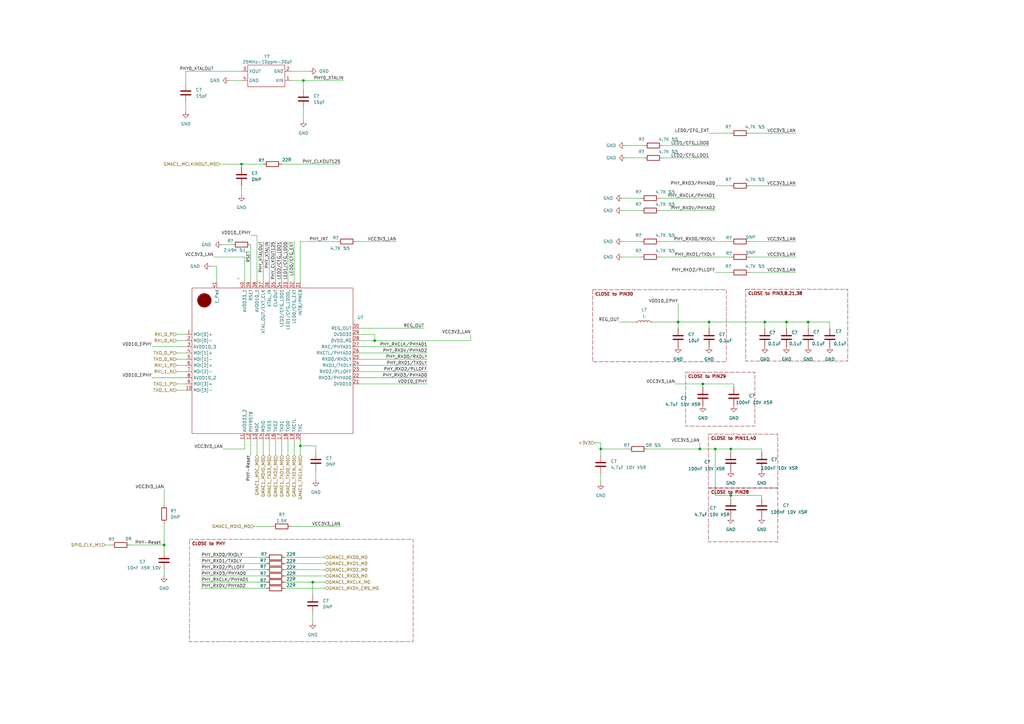
<source format=kicad_sch>
(kicad_sch (version 20230819) (generator eeschema)
  (paper "A3")
  (lib_symbols
    (symbol "Device:C" (pin_numbers hide) (pin_names (offset 0.254))
      (property "Reference" "C" (at 0.635 2.54 0))
      (property "Value" "C" (at 0.635 -2.54 0))
      (symbol "C_0_1"
        (polyline (pts (xy -2.032 -0.762) (xy 2.032 -0.762)) (stroke (width 0.508)))
        (polyline (pts (xy -2.032 0.762) (xy 2.032 0.762)) (stroke (width 0.508)))
      )
      (symbol "C_1_1"
        (pin passive line (at 0 3.81 270) (length 2.794) (name "~") (number "1"))
        (pin passive line (at 0 -3.81 90) (length 2.794) (name "~") (number "2"))
      )
    )
    (symbol "Device:L" (pin_numbers hide) (pin_names (offset 1.016) hide)
      (property "Reference" "L" (at -1.27 0 90))
      (property "Value" "L" (at 1.905 0 90))
      (symbol "L_0_1"
        (arc (start 0 -2.54) (mid 0.6323 -1.905) (end 0 -1.27))
        (arc (start 0 -1.27) (mid 0.6323 -0.635) (end 0 0))
        (arc (start 0 0) (mid 0.6323 0.635) (end 0 1.27))
        (arc (start 0 1.27) (mid 0.6323 1.905) (end 0 2.54))
      )
      (symbol "L_1_1"
        (pin passive line (at 0 3.81 270) (length 1.27) (name "1") (number "1"))
        (pin passive line (at 0 -3.81 90) (length 1.27) (name "2") (number "2"))
      )
    )
    (symbol "Device:R" (pin_numbers hide) (pin_names (offset 0))
      (property "Reference" "R" (at 2.032 0 90))
      (property "Value" "R" (at 0 0 90))
      (symbol "R_0_1"
        (rectangle (start -1.016 -2.54) (end 1.016 2.54) (stroke (width 0.254)))
      )
      (symbol "R_1_1"
        (pin passive line (at 0 3.81 270) (length 1.27) (name "~") (number "1"))
        (pin passive line (at 0 -3.81 90) (length 1.27) (name "~") (number "2"))
      )
    )
    (symbol "Symbol:CRY-D3225"
      (property "Reference" "Y" (at 0 0 0))
      (symbol "CRY-D3225_0_1"
        (rectangle (start -7.62 -1.27) (end 7.62 -10.16))
      )
      (symbol "CRY-D3225_1_1"
        (pin input line (at 10.16 -7.62 180) (length 2.54) (name "XIN") (number "1"))
        (pin input line (at 10.16 -3.81 180) (length 2.54) (name "GND") (number "2"))
        (pin input line (at -10.16 -3.81 0) (length 2.54) (name "XOUT") (number "3"))
        (pin input line (at -10.16 -7.62 0) (length 2.54) (name "GND") (number "4"))
      )
    )
    (symbol "Symbol:RTL8211"
      (property "Reference" "U" (at -18.288 -2.794 0))
      (symbol "RTL8211_0_1"
        (rectangle (start -19.05 -3.81) (end 46.99 -63.5))
      )
      (symbol "RTL8211_1_1"
        (circle (center -13.97 -8.89) (radius 2.8398) (fill (type outline)))
        (pin input line (at -21.59 -22.86 0) (length 2.54) (name "MDI[0]+") (number "1"))
        (pin input line (at -21.59 -45.72 0) (length 2.54) (name "MDI[3]-") (number "10"))
        (pin input line (at 2.54 -66.04 90) (length 2.54) (name "AVDD33_2") (number "11"))
        (pin input line (at 5.08 -66.04 90) (length 2.54) (name "PHYRSTB") (number "12"))
        (pin input line (at 7.62 -66.04 90) (length 2.54) (name "MDC") (number "13"))
        (pin input line (at 10.16 -66.04 90) (length 2.54) (name "MDIO") (number "14"))
        (pin input line (at 12.7 -66.04 90) (length 2.54) (name "TXD3") (number "15"))
        (pin input line (at 15.24 -66.04 90) (length 2.54) (name "TXD2") (number "16"))
        (pin input line (at 17.78 -66.04 90) (length 2.54) (name "TXD1") (number "17"))
        (pin input line (at 20.32 -66.04 90) (length 2.54) (name "TXD0") (number "18"))
        (pin input line (at 22.86 -66.04 90) (length 2.54) (name "TXCTL") (number "19"))
        (pin input line (at -21.59 -25.4 0) (length 2.54) (name "MDI[0]-") (number "2"))
        (pin input line (at 25.4 -66.04 90) (length 2.54) (name "TXC") (number "20"))
        (pin input line (at 49.53 -43.18 180) (length 2.54) (name "DVDD10") (number "21"))
        (pin input line (at 49.53 -40.64 180) (length 2.54) (name "RXD3/PHYAD0") (number "22"))
        (pin input line (at 49.53 -38.1 180) (length 2.54) (name "RXD2/PLLOFF") (number "23"))
        (pin input line (at 49.53 -35.56 180) (length 2.54) (name "RXD1/TXDLY") (number "24"))
        (pin input line (at 49.53 -33.02 180) (length 2.54) (name "RXD0/RXDLY") (number "25"))
        (pin input line (at 49.53 -30.48 180) (length 2.54) (name "RXCTL/PHYAD2") (number "26"))
        (pin input line (at 49.53 -27.94 180) (length 2.54) (name "RXC/PHYAD1") (number "27"))
        (pin input line (at 49.53 -25.4 180) (length 2.54) (name "DVDD_RG") (number "28"))
        (pin input line (at 49.53 -22.86 180) (length 2.54) (name "DVDD33") (number "29"))
        (pin input line (at -21.59 -27.94 0) (length 2.54) (name "AVDD10_3") (number "3"))
        (pin input line (at 49.53 -20.32 180) (length 2.54) (name "REG_OUT") (number "30"))
        (pin input line (at 25.4 -1.27 270) (length 2.54) (name "INTB/PMEB") (number "31"))
        (pin input line (at 22.86 -1.27 270) (length 2.54) (name "LED0/CFG_EXT") (number "32"))
        (pin input line (at 20.32 -1.27 270) (length 2.54) (name "LED1/CFG_LDO0_") (number "33"))
        (pin input line (at 17.78 -1.27 270) (length 2.54) (name "LED2/CFG_LDO1") (number "34"))
        (pin input line (at 15.24 -1.27 270) (length 2.54) (name "CLKOUT") (number "35"))
        (pin input line (at 12.7 -1.27 270) (length 2.54) (name "XTAL_IN") (number "36"))
        (pin input line (at 10.16 -1.27 270) (length 2.54) (name "XTAL_OUT/EXT_CLK") (number "37"))
        (pin input line (at 7.62 -1.27 270) (length 2.54) (name "AVDD10_1") (number "38"))
        (pin input line (at 5.08 -1.27 270) (length 2.54) (name "RSET") (number "39"))
        (pin input line (at -21.59 -30.48 0) (length 2.54) (name "MDI[1]+") (number "4"))
        (pin input line (at 2.54 -1.27 270) (length 2.54) (name "AVDD33_1") (number "40"))
        (pin input line (at -8.89 -1.27 270) (length 2.54) (name "E_Pad") (number "41"))
        (pin input line (at -21.59 -33.02 0) (length 2.54) (name "MDI[1]-") (number "5"))
        (pin input line (at -21.59 -35.56 0) (length 2.54) (name "MDI[2]+") (number "6"))
        (pin input line (at -21.59 -38.1 0) (length 2.54) (name "MDI[2]-") (number "7"))
        (pin input line (at -21.59 -40.64 0) (length 2.54) (name "AVDD10_2") (number "8"))
        (pin input line (at -21.59 -43.18 0) (length 2.54) (name "MDI[3]+") (number "9"))
      )
    )
    (symbol "power:GND" (power) (pin_names (offset 0))
      (property "Value" "GND" (at 0 -3.81 0))
      (symbol "GND_0_1"
        (polyline (pts (xy 0 0) (xy 0 -1.27) (xy 1.27 -1.27) (xy 0 -2.54) (xy -1.27 -1.27) (xy 0 -1.27)))
      )
      (symbol "GND_1_1"
        (pin power_in line (at 0 0 270) (length 0) hide (name "GND") (number "1"))
      )
    )
  )
  (junction (at 123.19 182.88))
  (junction (at 288.29 157.48))
  (junction (at 124.46 33.02))
  (junction (at 99.06 67.31))
  (junction (at 299.72 184.15))
  (junction (at 128.27 238.76))
  (junction (at 287.02 184.15))
  (junction (at 67.31 223.52))
  (junction (at 290.83 132.08))
  (junction (at 331.47 132.08))
  (junction (at 278.13 132.08))
  (junction (at 246.38 184.15))
  (junction (at 153.67 139.7))
  (junction (at 293.37 184.15))
  (junction (at 313.69 132.08))
  (junction (at 299.72 203.2))
  (junction (at 322.58 132.08))
  (wire (pts (xy 243.84 181.61) (xy 246.38 181.61)))
  (wire (pts (xy 82.55 231.14) (xy 109.22 231.14)))
  (wire (pts (xy 115.57 186.69) (xy 115.57 180.34)))
  (wire (pts (xy 72.39 137.16) (xy 76.2 137.16)))
  (wire (pts (xy 99.06 80.01) (xy 99.06 76.2)))
  (wire (pts (xy 175.26 149.86) (xy 147.32 149.86)))
  (wire (pts (xy 313.69 132.08) (xy 313.69 134.62)))
  (wire (pts (xy 123.19 180.34) (xy 123.19 182.88)))
  (wire (pts (xy 72.39 152.4) (xy 76.2 152.4)))
  (wire (pts (xy 53.34 223.52) (xy 67.31 223.52)))
  (wire (pts (xy 270.51 99.06) (xy 299.72 99.06)))
  (wire (pts (xy 293.37 81.28) (xy 270.51 81.28)))
  (wire (pts (xy 331.47 132.08) (xy 331.47 134.62)))
  (wire (pts (xy 128.27 251.46) (xy 128.27 255.27)))
  (wire (pts (xy 312.42 184.15) (xy 312.42 185.42)))
  (wire (pts (xy 116.84 236.22) (xy 133.35 236.22)))
  (wire (pts (xy 90.9676 100.33) (xy 95.25 100.33)))
  (wire (pts (xy 313.69 132.08) (xy 322.58 132.08)))
  (wire (pts (xy 116.84 231.14) (xy 133.35 231.14)))
  (wire (pts (xy 256.54 59.69) (xy 264.16 59.69)))
  (wire (pts (xy 300.99 157.48) (xy 300.99 158.75)))
  (wire (pts (xy 100.33 115.57) (xy 100.33 105.41)))
  (wire (pts (xy 62.23 142.24) (xy 76.2 142.24)))
  (wire (pts (xy 175.26 154.94) (xy 147.32 154.94)))
  (wire (pts (xy 331.47 132.08) (xy 340.36 132.08)))
  (wire (pts (xy 299.72 184.15) (xy 299.72 185.42)))
  (wire (pts (xy 265.43 184.15) (xy 287.02 184.15)))
  (wire (pts (xy 322.58 132.08) (xy 331.47 132.08)))
  (wire (pts (xy 322.58 132.08) (xy 322.58 134.62)))
  (wire (pts (xy 287.02 184.15) (xy 287.02 181.61)))
  (wire (pts (xy 299.72 203.2) (xy 299.72 204.47)))
  (wire (pts (xy 107.95 186.69) (xy 107.95 180.34)))
  (wire (pts (xy 299.72 184.15) (xy 312.42 184.15)))
  (wire (pts (xy 62.23 154.94) (xy 76.2 154.94)))
  (wire (pts (xy 288.29 157.48) (xy 288.29 158.75)))
  (wire (pts (xy 255.27 81.28) (xy 262.89 81.28)))
  (wire (pts (xy 326.39 76.2) (xy 307.34 76.2)))
  (wire (pts (xy 278.13 132.08) (xy 290.83 132.08)))
  (wire (pts (xy 100.33 184.15) (xy 91.44 184.15)))
  (wire (pts (xy 107.95 99.06) (xy 107.95 115.57)))
  (wire (pts (xy 82.55 241.3) (xy 109.22 241.3)))
  (wire (pts (xy 270.51 105.41) (xy 299.72 105.41)))
  (wire (pts (xy 175.26 142.24) (xy 147.32 142.24)))
  (wire (pts (xy 72.39 147.32) (xy 76.2 147.32)))
  (wire (pts (xy 100.33 180.34) (xy 100.33 184.15)))
  (wire (pts (xy 113.03 99.06) (xy 113.03 115.57)))
  (wire (pts (xy 72.39 149.86) (xy 76.2 149.86)))
  (wire (pts (xy 72.39 160.02) (xy 76.2 160.02)))
  (wire (pts (xy 99.06 67.31) (xy 99.06 68.58)))
  (wire (pts (xy 153.67 137.16) (xy 147.32 137.16)))
  (wire (pts (xy 293.37 111.76) (xy 299.72 111.76)))
  (wire (pts (xy 153.67 137.16) (xy 153.67 139.7)))
  (wire (pts (xy 128.27 238.76) (xy 133.35 238.76)))
  (wire (pts (xy 146.05 99.06) (xy 162.56 99.06)))
  (wire (pts (xy 312.42 203.2) (xy 312.42 204.47)))
  (wire (pts (xy 72.39 157.48) (xy 76.2 157.48)))
  (wire (pts (xy 124.46 36.83) (xy 124.46 33.02)))
  (wire (pts (xy 124.46 33.02) (xy 119.38 33.02)))
  (wire (pts (xy 193.04 139.7) (xy 153.67 139.7)))
  (wire (pts (xy 67.31 200.66) (xy 67.31 207.01)))
  (wire (pts (xy 254 132.08) (xy 260.35 132.08)))
  (wire (pts (xy 153.67 139.7) (xy 147.32 139.7)))
  (wire (pts (xy 129.54 182.88) (xy 123.19 182.88)))
  (wire (pts (xy 271.78 59.69) (xy 290.83 59.69)))
  (wire (pts (xy 293.37 203.2) (xy 299.72 203.2)))
  (wire (pts (xy 246.38 194.31) (xy 246.38 198.12)))
  (wire (pts (xy 118.11 186.69) (xy 118.11 180.34)))
  (wire (pts (xy 139.7 67.31) (xy 115.57 67.31)))
  (wire (pts (xy 113.03 186.69) (xy 113.03 180.34)))
  (wire (pts (xy 256.54 64.77) (xy 264.16 64.77)))
  (wire (pts (xy 124.46 49.53) (xy 124.46 44.45)))
  (wire (pts (xy 340.36 132.08) (xy 340.36 134.62)))
  (wire (pts (xy 293.37 184.15) (xy 293.37 203.2)))
  (wire (pts (xy 102.87 186.69) (xy 102.87 180.34)))
  (wire (pts (xy 116.84 241.3) (xy 133.35 241.3)))
  (wire (pts (xy 255.27 105.41) (xy 262.89 105.41)))
  (wire (pts (xy 102.87 100.33) (xy 102.87 115.57)))
  (wire (pts (xy 288.29 157.48) (xy 300.99 157.48)))
  (wire (pts (xy 120.65 186.69) (xy 120.65 180.34)))
  (wire (pts (xy 246.38 184.15) (xy 257.81 184.15)))
  (wire (pts (xy 123.19 99.06) (xy 138.43 99.06)))
  (wire (pts (xy 88.9 109.22) (xy 86.36 109.22)))
  (wire (pts (xy 76.2 45.72) (xy 76.2 41.91)))
  (wire (pts (xy 110.49 99.06) (xy 110.49 115.57)))
  (wire (pts (xy 267.97 132.08) (xy 278.13 132.08)))
  (wire (pts (xy 72.39 139.7) (xy 76.2 139.7)))
  (wire (pts (xy 175.26 157.48) (xy 147.32 157.48)))
  (wire (pts (xy 293.37 184.15) (xy 299.72 184.15)))
  (wire (pts (xy 105.41 186.69) (xy 105.41 180.34)))
  (wire (pts (xy 90.17 67.31) (xy 99.06 67.31)))
  (wire (pts (xy 67.31 223.52) (xy 67.31 226.06)))
  (wire (pts (xy 123.19 182.88) (xy 123.19 186.69)))
  (wire (pts (xy 255.27 86.36) (xy 262.89 86.36)))
  (wire (pts (xy 175.26 152.4) (xy 147.32 152.4)))
  (wire (pts (xy 110.49 186.69) (xy 110.49 180.34)))
  (wire (pts (xy 82.55 236.22) (xy 109.22 236.22)))
  (wire (pts (xy 278.13 132.08) (xy 278.13 134.62)))
  (wire (pts (xy 43.18 223.52) (xy 45.72 223.52)))
  (wire (pts (xy 67.31 223.52) (xy 67.31 214.63)))
  (wire (pts (xy 326.39 105.41) (xy 307.34 105.41)))
  (wire (pts (xy 82.55 233.68) (xy 109.22 233.68)))
  (wire (pts (xy 82.55 228.6) (xy 109.22 228.6)))
  (wire (pts (xy 175.26 147.32) (xy 147.32 147.32)))
  (wire (pts (xy 120.65 99.06) (xy 120.65 115.57)))
  (wire (pts (xy 290.83 132.08) (xy 290.83 134.62)))
  (wire (pts (xy 116.84 228.6) (xy 133.35 228.6)))
  (wire (pts (xy 255.27 99.06) (xy 262.89 99.06)))
  (wire (pts (xy 100.33 105.41) (xy 87.63 105.41)))
  (wire (pts (xy 278.13 132.08) (xy 278.13 124.46)))
  (wire (pts (xy 116.84 233.68) (xy 133.35 233.68)))
  (wire (pts (xy 127 29.21) (xy 119.38 29.21)))
  (wire (pts (xy 115.57 99.06) (xy 115.57 115.57)))
  (wire (pts (xy 76.2 34.29) (xy 76.2 29.21)))
  (wire (pts (xy 175.26 144.78) (xy 147.32 144.78)))
  (wire (pts (xy 118.11 99.06) (xy 118.11 115.57)))
  (wire (pts (xy 287.02 184.15) (xy 293.37 184.15)))
  (wire (pts (xy 129.54 182.88) (xy 129.54 185.42)))
  (wire (pts (xy 105.41 96.52) (xy 105.41 115.57)))
  (wire (pts (xy 129.54 193.04) (xy 129.54 196.85)))
  (wire (pts (xy 271.78 64.77) (xy 290.83 64.77)))
  (wire (pts (xy 307.34 111.76) (xy 326.39 111.76)))
  (wire (pts (xy 102.87 96.52) (xy 105.41 96.52)))
  (wire (pts (xy 193.04 137.16) (xy 193.04 139.7)))
  (wire (pts (xy 276.86 157.48) (xy 288.29 157.48)))
  (wire (pts (xy 326.39 54.61) (xy 307.34 54.61)))
  (wire (pts (xy 88.9 115.57) (xy 88.9 109.22)))
  (wire (pts (xy 99.06 67.31) (xy 107.95 67.31)))
  (wire (pts (xy 290.83 132.08) (xy 313.69 132.08)))
  (wire (pts (xy 82.55 238.76) (xy 109.22 238.76)))
  (wire (pts (xy 67.31 233.68) (xy 67.31 236.22)))
  (wire (pts (xy 290.83 54.61) (xy 299.72 54.61)))
  (wire (pts (xy 76.2 29.21) (xy 99.06 29.21)))
  (wire (pts (xy 93.98 33.02) (xy 99.06 33.02)))
  (wire (pts (xy 116.84 238.76) (xy 128.27 238.76)))
  (wire (pts (xy 293.37 86.36) (xy 270.51 86.36)))
  (wire (pts (xy 326.39 99.06) (xy 307.34 99.06)))
  (wire (pts (xy 124.46 33.02) (xy 140.97 33.02)))
  (wire (pts (xy 299.72 203.2) (xy 312.42 203.2)))
  (wire (pts (xy 246.38 184.15) (xy 246.38 186.69)))
  (wire (pts (xy 299.72 76.2) (xy 293.37 76.2)))
  (wire (pts (xy 123.19 99.06) (xy 123.19 115.57)))
  (wire (pts (xy 246.38 181.61) (xy 246.38 184.15)))
  (wire (pts (xy 72.39 144.78) (xy 76.2 144.78)))
  (wire (pts (xy 104.14 215.9) (xy 111.76 215.9)))
  (wire (pts (xy 128.27 238.76) (xy 128.27 243.84)))
  (wire (pts (xy 173.99 134.62) (xy 147.32 134.62)))
  (wire (pts (xy 119.38 215.9) (xy 139.7 215.9)))
  (text_box "CLOSE to PHY\n\n\n\n\n" (at 77.724 221.234 0) (size 91.694 41.91) (stroke (width 0) (type dash) (color 132 0 0 1)) (effects (font (size 1.27 1.27) (thickness 0.254) bold) (justify left top)))
  (text_box "CLOSE to PIN3,8,21,38\n\n" (at 305.816 118.618 0) (size 41.91 29.464) (stroke (width 0) (type dash) (color 132 0 0 1)) (effects (font (size 1.27 1.27) (thickness 0.254) bold) (justify left top)))
  (text_box "CLOSE to PIN29\n\n\n" (at 281.178 152.654 0) (size 28.448 22.098) (stroke (width 0) (type dash) (color 132 0 0 1)) (effects (font (size 1.27 1.27) (thickness 0.254) bold) (justify left top)))
  (text_box "CLOSE to PIN28\n\n\n\n" (at 290.576 200.152 0) (size 28.448 22.098) (stroke (width 0) (type dash) (color 132 0 0 1)) (effects (font (size 1.27 1.27) (thickness 0.254) bold) (justify left top)))
  (text_box "CLOSE to PIN30\n" (at 243.078 118.872 0) (size 54.864 29.464) (stroke (width 0) (type dash) (color 132 0 0 1)) (effects (font (size 1.27 1.27) (thickness 0.254) bold) (justify left top)))
  (text_box "CLOSE to PIN11,40\n\n\n\n" (at 290.576 178.054 0) (size 28.448 22.098) (stroke (width 0) (type dash) (color 132 0 0 1)) (effects (font (size 1.27 1.27) (thickness 0.254) bold) (justify left top)))
  (label "PHY_RXD1{slash}TXDLY" (at 82.55 231.14 0))
  (label "VCC3V3_LAN" (at 162.56 99.06 180))
  (label "PHY_RXD3{slash}PHYAD0" (at 293.37 76.2 180))
  (label "VCC3V3_LAN" (at 326.39 99.06 180))
  (label "PHY_RXDV{slash}PHYAD2" (at 293.37 86.36 180))
  (label "VCC3V3_LAN" (at 326.39 111.76 180))
  (label "LED1{slash}CFG_LDO0" (at 290.83 59.69 180))
  (label "PHY_RXDV{slash}PHYAD2" (at 175.26 144.78 180))
  (label "VCC3V3_LAN" (at 326.39 76.2 180))
  (label "VDD10_EPHY" (at 62.23 154.94 180))
  (label "LED1{slash}CFG_LDO0" (at 118.11 99.06 270))
  (label "PHY_RXD3{slash}PHYAD0" (at 175.26 154.94 180))
  (label "LED0{slash}CFG_EXT" (at 120.65 99.06 270))
  (label "PHY0_XTALOUT" (at 87.63 29.21 180))
  (label "REG_OUT" (at 173.99 134.62 180))
  (label "VDD10_EPHY" (at 175.26 157.48 180))
  (label "VDD10_EPHY" (at 278.13 124.46 180))
  (label "PHY_CLKOUT125" (at 139.7 67.31 180))
  (label "LED2{slash}CFG_LDO1" (at 290.83 64.77 180))
  (label "PHY_RXD2{slash}PLLOFF" (at 293.37 111.76 180))
  (label "VCC3V3_LAN" (at 91.44 184.15 180))
  (label "VCC3V3_LAN" (at 326.39 105.41 180))
  (label "VCC3V3_LAN" (at 87.63 105.41 180))
  (label "PHY_RXD3{slash}PHYAD0" (at 82.55 236.22 0))
  (label "REG_OUT" (at 254 132.08 180))
  (label "PHY_RXD1{slash}TXDLY" (at 293.37 105.41 180))
  (label "RSET" (at 102.87 102.87 270))
  (label "LED2{slash}CFG_LDO1" (at 115.57 99.06 270))
  (label "PHY_RXD0{slash}RXDLY" (at 82.55 228.6 0))
  (label "PHY-Reset" (at 66.04 223.52 180))
  (label "VCC3V3_LAN" (at 67.31 200.66 180))
  (label "PHY_XTALIN" (at 110.49 99.06 270))
  (label "VCC3V3_LAN" (at 326.39 54.61 180))
  (label "PHY-Reset" (at 102.87 186.69 270))
  (label "VCC3V3_LAN" (at 139.7 215.9 180))
  (label "LED0{slash}CFG_EXT" (at 290.83 54.61 180))
  (label "PHY_RXD1{slash}TXDLY" (at 175.26 149.86 180))
  (label "PHY_RXD0{slash}RXDLY" (at 175.26 147.32 180))
  (label "PHY_RXCLK{slash}PHYAD1" (at 293.37 81.28 180))
  (label "VCC3V3_LAN" (at 287.02 181.61 180))
  (label "PHY_RXDV{slash}PHYAD2" (at 82.55 241.3 0))
  (label "PHY_RXD0{slash}RXDLY" (at 293.37 99.06 180))
  (label "PHY_RXCLK{slash}PHYAD1" (at 175.26 142.24 180))
  (label "PHY_RXD2{slash}PLLOFF" (at 82.55 233.68 0))
  (label "PHY_INT" (at 134.62 99.06 180))
  (label "VDD10_EPHY" (at 102.87 96.52 180))
  (label "PHY_RXCLK{slash}PHYAD1" (at 82.55 238.76 0))
  (label "VCC3V3_LAN" (at 193.04 137.16 180))
  (label "PHY_RXD2{slash}PLLOFF" (at 175.26 152.4 180))
  (label "PHY_XTALOUT" (at 107.95 99.06 270))
  (label "VCC3V3_LAN" (at 276.86 157.48 180))
  (label "VDD10_EPHY" (at 62.23 142.24 180))
  (label "PHY_CLKOUT125" (at 113.03 99.06 270))
  (label "PHY0_XTALIN" (at 140.97 33.02 180))
  (hierarchical_label "RXI_1_N" (shape input) (at 72.39 152.4 180) (property "Intersheetrefs" "${INTERSHEET_REFS}" (effects hide)))
  (hierarchical_label "GMAC1_RXD0_M0" (shape input) (at 133.35 228.6 0))
  (hierarchical_label "GMAC1_MCLKINOUT_M0" (shape input) (at 90.17 67.31 180))
  (hierarchical_label "GMAC1_RXDV_CRS_M0" (shape input) (at 133.35 241.3 0))
  (hierarchical_label "GMAC1_TXD2_M0" (shape input) (at 113.03 186.69 270))
  (hierarchical_label "RXI_0_N" (shape input) (at 72.39 139.7 180) (property "Intersheetrefs" "${INTERSHEET_REFS}" (effects hide)))
  (hierarchical_label "GMAC1_RXCLK_M0" (shape input) (at 133.35 238.76 0))
  (hierarchical_label "GMAC1_TXD3_M0" (shape input) (at 110.49 186.69 270))
  (hierarchical_label "GMAC1_TXD1_M0" (shape input) (at 115.57 186.69 270))
  (hierarchical_label "GMAC1_TXD0_M0" (shape input) (at 118.11 186.69 270))
  (hierarchical_label "GMAC1_RXD2_M0" (shape input) (at 133.35 233.68 0))
  (hierarchical_label "TXO_1_P" (shape input) (at 72.39 157.48 180) (property "Intersheetrefs" "${INTERSHEET_REFS}" (effects hide)))
  (hierarchical_label "GMAC1_RXD1_M0" (shape input) (at 133.35 231.14 0))
  (hierarchical_label "SPI0_CLK_M1" (shape input) (at 43.18 223.52 180))
  (hierarchical_label "RXI_1_P" (shape input) (at 72.39 149.86 180) (property "Intersheetrefs" "${INTERSHEET_REFS}" (effects hide)))
  (hierarchical_label "GMAC1_TXCLK_M0" (shape input) (at 123.19 186.69 270))
  (hierarchical_label "+3V3" (shape input) (at 243.84 181.61 180))
  (hierarchical_label "RXI_0_P" (shape input) (at 72.39 137.16 180) (property "Intersheetrefs" "${INTERSHEET_REFS}" (effects hide)))
  (hierarchical_label "GMAC1_TXEN_M0" (shape input) (at 120.65 186.69 270))
  (hierarchical_label "TXO_0_N" (shape input) (at 72.39 147.32 180) (property "Intersheetrefs" "${INTERSHEET_REFS}" (effects hide)))
  (hierarchical_label "GMAC1_RXD3_M0" (shape input) (at 133.35 236.22 0))
  (hierarchical_label "GMAC1_MDIO_M0" (shape input) (at 107.95 186.69 270))
  (hierarchical_label "GMAC1_MDC_M0" (shape input) (at 105.41 186.69 270))
  (hierarchical_label "TXO_1_N" (shape input) (at 72.39 160.02 180) (property "Intersheetrefs" "${INTERSHEET_REFS}" (effects hide)))
  (hierarchical_label "TXO_0_P" (shape input) (at 72.39 144.78 180) (property "Intersheetrefs" "${INTERSHEET_REFS}" (effects hide)))
  (hierarchical_label "GMAC1_MDIO_M0" (shape input) (at 104.14 215.9 180))
  (symbol (lib_id "power:GND") (at 299.72 212.09 0) (unit 1)
    (property "Reference" "#PWR0277" (effects hide))
    (property "Value" "GND" (at 299.72 217.17 0))
    (property "Description" "Power symbol creates a global label with name \"GND\" , ground" (effects hide))
  )
  (symbol (lib_id "power:GND") (at 278.13 142.24 0) (unit 1)
    (property "Reference" "#PWR0266" (effects hide))
    (property "Value" "GND" (at 278.13 147.32 0))
    (property "Description" "Power symbol creates a global label with name \"GND\" , ground" (effects hide))
  )
  (symbol (lib_id "Device:C") (at 300.99 162.56 0) (unit 1)
    (property "Reference" "C?" (at 307.086 162.306 0) (effects (justify left)))
    (property "Value" "100nF 10V X5R" (at 301.752 165.1 0) (effects (justify left)))
    (property "Footprint" "Capacitor_SMD:C_0402_1005Metric" (effects hide))
    (property "Description" "Unpolarized capacitor" (effects hide))
  )
  (symbol (lib_id "power:GND") (at 256.54 64.77 270) (unit 1)
    (property "Reference" "#PWR0261" (effects hide))
    (property "Value" "GND" (at 252.73 64.7699 90) (effects (justify right)))
    (property "Description" "Power symbol creates a global label with name \"GND\" , ground" (effects hide))
  )
  (symbol (lib_id "Device:R") (at 303.53 99.06 90) (unit 1)
    (property "Reference" "R?" (at 298.958 97.536 90))
    (property "Value" "DNP" (at 307.848 97.282 90))
    (property "Footprint" "Resistor_SMD:R_0402_1005Metric" (effects hide))
    (property "Description" "Resistor" (effects hide))
  )
  (symbol (lib_id "Device:C") (at 290.83 138.43 0) (unit 1)
    (property "Reference" "C?" (at 294.894 137.1599 0) (effects (justify left)))
    (property "Value" "0.1uF	" (at 294.894 139.6999 0) (effects (justify left)))
    (property "Footprint" "Capacitor_SMD:C_0402_1005Metric" (effects hide))
    (property "Description" "Unpolarized capacitor" (effects hide))
  )
  (symbol (lib_id "power:GND") (at 76.2 45.72 0) (unit 1)
    (property "Reference" "#PWR0255" (effects hide))
    (property "Value" "GND" (at 76.2 50.8 0))
    (property "Description" "Power symbol creates a global label with name \"GND\" , ground" (effects hide))
  )
  (symbol (lib_id "power:GND") (at 99.06 80.01 0) (unit 1)
    (property "Reference" "#PWR0259" (effects hide))
    (property "Value" "GND" (at 99.06 85.09 0))
    (property "Description" "Power symbol creates a global label with name \"GND\" , ground" (effects hide))
  )
  (symbol (lib_id "Device:R") (at 267.97 59.69 90) (unit 1)
    (property "Reference" "R?" (at 263.144 57.15 90))
    (property "Value" "4.7K %5	" (at 275.082 57.15 90))
    (property "Footprint" "Resistor_SMD:R_0402_1005Metric" (effects hide))
    (property "Description" "Resistor" (effects hide))
  )
  (symbol (lib_id "Device:C") (at 129.54 189.23 0) (unit 1)
    (property "Reference" "C?" (at 133.604 187.9599 0) (effects (justify left)))
    (property "Value" "DNP" (at 133.604 190.4999 0) (effects (justify left)))
    (property "Footprint" "Capacitor_SMD:C_0402_1005Metric" (effects hide))
    (property "Description" "Unpolarized capacitor" (effects hide))
  )
  (symbol (lib_id "Device:R") (at 113.03 228.6 270) (unit 1)
    (property "Reference" "R?" (at 108.204 227.33 90))
    (property "Value" "22R	" (at 119.888 227.33 90))
    (property "Footprint" "Resistor_SMD:R_0402_1005Metric" (effects hide))
    (property "Description" "Resistor" (effects hide))
  )
  (symbol (lib_id "Device:C") (at 288.29 162.56 0) (unit 1)
    (property "Reference" "C?" (at 279.146 163.322 0) (effects (justify left)))
    (property "Value" "4.7uF 10V X5R" (at 272.796 165.862 0) (effects (justify left)))
    (property "Footprint" "Capacitor_SMD:C_0603_1608Metric" (effects hide))
    (property "Description" "Unpolarized capacitor" (effects hide))
  )
  (symbol (lib_id "Device:R") (at 113.03 241.3 270) (unit 1)
    (property "Reference" "R?" (at 107.95 240.284 90))
    (property "Value" "22R" (at 119.38 240.03 90))
    (property "Footprint" "Resistor_SMD:R_0402_1005Metric" (effects hide))
    (property "Description" "Resistor" (effects hide))
  )
  (symbol (lib_id "power:GND") (at 86.36 109.22 270) (unit 1)
    (property "Reference" "#PWR0251" (effects hide))
    (property "Value" "GND" (at 82.042 109.2199 90) (effects (justify right)))
    (property "Description" "Power symbol creates a global label with name \"GND\" , ground" (effects hide))
  )
  (symbol (lib_id "Device:R") (at 303.53 76.2 90) (unit 1)
    (property "Reference" "R?" (at 298.704 73.66 90))
    (property "Value" "4.7K %5	" (at 310.642 73.66 90))
    (property "Footprint" "Resistor_SMD:R_0402_1005Metric" (effects hide))
    (property "Description" "Resistor" (effects hide))
  )
  (symbol (lib_id "power:GND") (at 312.42 212.09 0) (unit 1)
    (property "Reference" "#PWR0278" (effects hide))
    (property "Value" "GND" (at 312.42 217.17 0))
    (property "Description" "Power symbol creates a global label with name \"GND\" , ground" (effects hide))
  )
  (symbol (lib_id "Device:C") (at 340.36 138.43 0) (unit 1)
    (property "Reference" "C?" (at 342.646 135.89 0) (effects (justify left)))
    (property "Value" "0.1uF	" (at 341.884 140.97 0) (effects (justify left)))
    (property "Footprint" "Capacitor_SMD:C_0402_1005Metric" (effects hide))
    (property "Description" "Unpolarized capacitor" (effects hide))
  )
  (symbol (lib_id "power:GND") (at 255.27 105.41 270) (unit 1)
    (property "Reference" "#PWR0265" (effects hide))
    (property "Value" "GND" (at 251.46 105.4099 90) (effects (justify right)))
    (property "Description" "Power symbol creates a global label with name \"GND\" , ground" (effects hide))
  )
  (symbol (lib_id "power:GND") (at 255.27 81.28 270) (unit 1)
    (property "Reference" "#PWR0262" (effects hide))
    (property "Value" "GND" (at 251.46 81.2799 90) (effects (justify right)))
    (property "Description" "Power symbol creates a global label with name \"GND\" , ground" (effects hide))
  )
  (symbol (lib_id "Device:C") (at 331.47 138.43 0) (unit 1)
    (property "Reference" "C?" (at 333.502 136.144 0) (effects (justify left)))
    (property "Value" "0.1uF	" (at 332.994 140.97 0) (effects (justify left)))
    (property "Footprint" "Capacitor_SMD:C_0402_1005Metric" (effects hide))
    (property "Description" "Unpolarized capacitor" (effects hide))
  )
  (symbol (lib_id "power:GND") (at 246.38 198.12 0) (unit 1)
    (property "Reference" "#PWR0274" (effects hide))
    (property "Value" "GND" (at 246.38 203.2 0))
    (property "Description" "Power symbol creates a global label with name \"GND\" , ground" (effects hide))
  )
  (symbol (lib_id "Device:C") (at 278.13 138.43 0) (unit 1)
    (property "Reference" "C?" (at 282.194 137.1599 0) (effects (justify left)))
    (property "Value" "10uF" (at 282.194 139.6999 0) (effects (justify left)))
    (property "Footprint" "Capacitor_SMD:C_0603_1608Metric" (effects hide))
    (property "Description" "Unpolarized capacitor" (effects hide))
  )
  (symbol (lib_id "power:GND") (at 255.27 99.06 270) (unit 1)
    (property "Reference" "#PWR0264" (effects hide))
    (property "Value" "GND" (at 251.46 99.0599 90) (effects (justify right)))
    (property "Description" "Power symbol creates a global label with name \"GND\" , ground" (effects hide))
  )
  (symbol (lib_id "Device:R") (at 113.03 231.14 270) (unit 1)
    (property "Reference" "R?" (at 107.95 229.87 90))
    (property "Value" "22R" (at 119.38 230.124 90))
    (property "Footprint" "Resistor_SMD:R_0402_1005Metric" (effects hide))
    (property "Description" "Resistor" (effects hide))
  )
  (symbol (lib_id "Device:R") (at 142.24 99.06 90) (unit 1)
    (property "Reference" "R?" (at 137.668 97.536 90))
    (property "Value" "4.7K %5" (at 139.446 101.854 90))
    (property "Footprint" "Resistor_SMD:R_0402_1005Metric" (effects hide))
    (property "Description" "Resistor" (effects hide))
  )
  (symbol (lib_id "Device:C") (at 299.72 189.23 0) (unit 1)
    (property "Reference" "C?" (at 288.798 189.484 0) (effects (justify left)))
    (property "Value" "100nF 10V X5R		" (at 282.194 192.278 0) (effects (justify left)))
    (property "Footprint" "Capacitor_SMD:C_0402_1005Metric" (effects hide))
    (property "Description" "Unpolarized capacitor" (effects hide))
  )
  (symbol (lib_id "power:GND") (at 288.29 166.37 0) (unit 1)
    (property "Reference" "#PWR0272" (effects hide))
    (property "Value" "GND" (at 288.29 171.45 0))
    (property "Description" "Power symbol creates a global label with name \"GND\" , ground" (effects hide))
  )
  (symbol (lib_id "power:GND") (at 127 29.21 90) (unit 1)
    (property "Reference" "#PWR0257" (effects hide))
    (property "Value" "GND" (at 130.81 29.2099 90) (effects (justify right)))
    (property "Description" "Power symbol creates a global label with name \"GND\" , ground" (effects hide))
  )
  (symbol (lib_id "Device:C") (at 312.42 208.28 0) (unit 1)
    (property "Reference" "C?" (at 321.056 207.264 0) (effects (justify left)))
    (property "Value" "100nF 10V X5R		" (at 315.976 210.058 0) (effects (justify left)))
    (property "Footprint" "Capacitor_SMD:C_0402_1005Metric" (effects hide))
    (property "Description" "Unpolarized capacitor" (effects hide))
  )
  (symbol (lib_id "Device:L") (at 264.16 132.08 90) (unit 1)
    (property "Reference" "L?" (at 264.16 127 90))
    (property "Value" "L" (at 264.16 129.54 90))
    (property "Description" "Inductor" (effects hide))
  )
  (symbol (lib_id "Device:R") (at 267.97 64.77 90) (unit 1)
    (property "Reference" "R?" (at 263.144 62.23 90))
    (property "Value" "4.7K %5	" (at 275.082 62.23 90))
    (property "Footprint" "Resistor_SMD:R_0402_1005Metric" (effects hide))
    (property "Description" "Resistor" (effects hide))
  )
  (symbol (lib_id "Device:C") (at 76.2 38.1 0) (unit 1)
    (property "Reference" "C?" (at 80.264 36.8299 0) (effects (justify left)))
    (property "Value" "15pF" (at 80.264 39.3699 0) (effects (justify left)))
    (property "Footprint" "Capacitor_SMD:C_0402_1005Metric" (effects hide))
    (property "Description" "Unpolarized capacitor" (effects hide))
  )
  (symbol (lib_id "Device:C") (at 99.06 72.39 0) (unit 1)
    (property "Reference" "C?" (at 103.124 71.1199 0) (effects (justify left)))
    (property "Value" "DNP" (at 103.124 73.6599 0) (effects (justify left)))
    (property "Footprint" "Capacitor_SMD:C_0402_1005Metric" (effects hide))
    (property "Description" "Unpolarized capacitor" (effects hide))
  )
  (symbol (lib_id "Device:R") (at 115.57 215.9 270) (unit 1)
    (property "Reference" "R?" (at 115.57 211.074 90))
    (property "Value" "1.5K" (at 115.57 213.614 90))
    (property "Footprint" "Resistor_SMD:R_0402_1005Metric" (effects hide))
    (property "Description" "Resistor" (effects hide))
  )
  (symbol (lib_id "Symbol:RTL8211") (at 97.79 114.3 0) (unit 1)
    (property "Reference" "U?" (at 147.828 130.2318 0))
    (property "Value" "~" (at 97.79 114.3 0))
  )
  (symbol (lib_id "Device:C") (at 312.42 189.23 0) (unit 1)
    (property "Reference" "C?" (at 316.23 188.468 0) (effects (justify left)))
    (property "Value" "100nF 10V X5R		" (at 312.166 192.024 0) (effects (justify left)))
    (property "Footprint" "Capacitor_SMD:C_0402_1005Metric" (effects hide))
    (property "Description" "Unpolarized capacitor" (effects hide))
  )
  (symbol (lib_id "power:GND") (at 299.72 193.04 0) (unit 1)
    (property "Reference" "#PWR0275" (effects hide))
    (property "Value" "GND" (at 299.72 198.12 0))
    (property "Description" "Power symbol creates a global label with name \"GND\" , ground" (effects hide))
  )
  (symbol (lib_id "Device:R") (at 113.03 233.68 270) (unit 1)
    (property "Reference" "R?" (at 107.95 232.41 90))
    (property "Value" "22R" (at 119.38 232.664 90))
    (property "Footprint" "Resistor_SMD:R_0402_1005Metric" (effects hide))
    (property "Description" "Resistor" (effects hide))
  )
  (symbol (lib_id "power:GND") (at 322.58 142.24 0) (unit 1)
    (property "Reference" "#PWR0269" (effects hide))
    (property "Value" "GND" (at 322.58 147.32 0))
    (property "Description" "Power symbol creates a global label with name \"GND\" , ground" (effects hide))
  )
  (symbol (lib_id "Device:R") (at 266.7 81.28 90) (unit 1)
    (property "Reference" "R?" (at 261.874 78.74 90))
    (property "Value" "4.7K %5	" (at 273.812 78.74 90))
    (property "Footprint" "Resistor_SMD:R_0402_1005Metric" (effects hide))
    (property "Description" "Resistor" (effects hide))
  )
  (symbol (lib_id "power:GND") (at 312.42 193.04 0) (unit 1)
    (property "Reference" "#PWR0276" (effects hide))
    (property "Value" "GND" (at 312.42 198.12 0))
    (property "Description" "Power symbol creates a global label with name \"GND\" , ground" (effects hide))
  )
  (symbol (lib_id "power:GND") (at 93.98 33.02 270) (unit 1)
    (property "Reference" "#PWR0256" (effects hide))
    (property "Value" "GND" (at 90.17 33.0199 90) (effects (justify right)))
    (property "Description" "Power symbol creates a global label with name \"GND\" , ground" (effects hide))
  )
  (symbol (lib_id "power:GND") (at 300.99 166.37 0) (unit 1)
    (property "Reference" "#PWR0273" (effects hide))
    (property "Value" "GND" (at 300.99 171.45 0))
    (property "Description" "Power symbol creates a global label with name \"GND\" , ground" (effects hide))
  )
  (symbol (lib_id "Device:R") (at 303.53 54.61 90) (unit 1)
    (property "Reference" "R?" (at 298.704 52.07 90))
    (property "Value" "4.7K %5	" (at 310.642 52.07 90))
    (property "Footprint" "Resistor_SMD:R_0402_1005Metric" (effects hide))
    (property "Description" "Resistor" (effects hide))
  )
  (symbol (lib_id "Device:R") (at 303.53 105.41 90) (unit 1)
    (property "Reference" "R?" (at 298.958 103.886 90))
    (property "Value" "DNP" (at 307.848 103.632 90))
    (property "Footprint" "Resistor_SMD:R_0402_1005Metric" (effects hide))
    (property "Description" "Resistor" (effects hide))
  )
  (symbol (lib_id "Device:R") (at 266.7 99.06 90) (unit 1)
    (property "Reference" "R?" (at 261.874 96.52 90))
    (property "Value" "4.7K %5	" (at 273.812 96.52 90))
    (property "Footprint" "Resistor_SMD:R_0402_1005Metric" (effects hide))
    (property "Description" "Resistor" (effects hide))
  )
  (symbol (lib_id "Device:R") (at 266.7 86.36 90) (unit 1)
    (property "Reference" "R?" (at 261.874 83.82 90))
    (property "Value" "4.7K %5	" (at 273.812 83.82 90))
    (property "Footprint" "Resistor_SMD:R_0402_1005Metric" (effects hide))
    (property "Description" "Resistor" (effects hide))
  )
  (symbol (lib_id "Symbol:CRY-D3225") (at 109.22 25.4 0) (unit 1)
    (property "Reference" "Y?" (at 109.474 23.114 0))
    (property "Value" "25MHz-10ppm-20pF" (at 109.728 25.4 0))
    (property "Footprint" "Crystal:Crystal_SMD_3225-4Pin_3.2x2.5mm" (effects hide))
  )
  (symbol (lib_id "Device:R") (at 99.06 100.33 90) (unit 1)
    (property "Reference" "R?" (at 94.488 98.806 90))
    (property "Value" "2.49K %1" (at 96.266 102.616 90))
    (property "Footprint" "Resistor_SMD:R_0402_1005Metric" (effects hide))
    (property "Description" "Resistor" (effects hide))
  )
  (symbol (lib_id "power:GND") (at 255.27 86.36 270) (unit 1)
    (property "Reference" "#PWR0263" (effects hide))
    (property "Value" "GND" (at 251.46 86.3599 90) (effects (justify right)))
    (property "Description" "Power symbol creates a global label with name \"GND\" , ground" (effects hide))
  )
  (symbol (lib_id "power:GND") (at 290.83 142.24 0) (unit 1)
    (property "Reference" "#PWR0267" (effects hide))
    (property "Value" "GND" (at 290.83 147.32 0))
    (property "Description" "Power symbol creates a global label with name \"GND\" , ground" (effects hide))
  )
  (symbol (lib_id "Device:R") (at 113.03 236.22 270) (unit 1)
    (property "Reference" "R?" (at 107.95 235.204 90))
    (property "Value" "22R" (at 119.38 235.204 90))
    (property "Footprint" "Resistor_SMD:R_0402_1005Metric" (effects hide))
    (property "Description" "Resistor" (effects hide))
  )
  (symbol (lib_id "Device:R") (at 266.7 105.41 90) (unit 1)
    (property "Reference" "R?" (at 261.874 102.87 90))
    (property "Value" "4.7K %5	" (at 273.812 102.87 90))
    (property "Footprint" "Resistor_SMD:R_0402_1005Metric" (effects hide))
    (property "Description" "Resistor" (effects hide))
  )
  (symbol (lib_id "power:GND") (at 128.27 255.27 0) (unit 1)
    (property "Reference" "#PWR0254" (effects hide))
    (property "Value" "GND" (at 128.27 260.35 0))
    (property "Description" "Power symbol creates a global label with name \"GND\" , ground" (effects hide))
  )
  (symbol (lib_id "power:GND") (at 90.9676 100.33 270) (unit 1)
    (property "Reference" "#PWR0250" (effects hide))
    (property "Value" "GND" (at 86.6496 100.3299 90) (effects (justify right)))
    (property "Description" "Power symbol creates a global label with name \"GND\" , ground" (effects hide))
  )
  (symbol (lib_id "Device:R") (at 113.03 238.76 270) (unit 1)
    (property "Reference" "R?" (at 107.95 237.998 90))
    (property "Value" "22R" (at 119.38 237.49 90))
    (property "Footprint" "Resistor_SMD:R_0402_1005Metric" (effects hide))
    (property "Description" "Resistor" (effects hide))
  )
  (symbol (lib_id "power:GND") (at 340.36 142.24 0) (unit 1)
    (property "Reference" "#PWR0271" (effects hide))
    (property "Value" "GND" (at 340.36 147.32 0))
    (property "Description" "Power symbol creates a global label with name \"GND\" , ground" (effects hide))
  )
  (symbol (lib_id "Device:R") (at 111.76 67.31 90) (unit 1)
    (property "Reference" "R?" (at 107.188 65.786 90))
    (property "Value" "22R" (at 117.602 65.532 90))
    (property "Footprint" "Resistor_SMD:R_0402_1005Metric" (effects hide))
    (property "Description" "Resistor" (effects hide))
  )
  (symbol (lib_id "Device:C") (at 322.58 138.43 0) (unit 1)
    (property "Reference" "C?" (at 324.612 136.398 0) (effects (justify left)))
    (property "Value" "0.1uF	" (at 323.596 140.97 0) (effects (justify left)))
    (property "Footprint" "Capacitor_SMD:C_0402_1005Metric" (effects hide))
    (property "Description" "Unpolarized capacitor" (effects hide))
  )
  (symbol (lib_id "Device:C") (at 313.69 138.43 0) (unit 1)
    (property "Reference" "C?" (at 315.468 136.398 0) (effects (justify left)))
    (property "Value" "0.1uF	" (at 314.96 140.97 0) (effects (justify left)))
    (property "Footprint" "Capacitor_SMD:C_0402_1005Metric" (effects hide))
    (property "Description" "Unpolarized capacitor" (effects hide))
  )
  (symbol (lib_id "Device:C") (at 128.27 247.65 0) (unit 1)
    (property "Reference" "C?" (at 132.334 246.3799 0) (effects (justify left)))
    (property "Value" "DNP" (at 132.334 248.9199 0) (effects (justify left)))
    (property "Footprint" "Capacitor_SMD:C_0402_1005Metric" (effects hide))
    (property "Description" "Unpolarized capacitor" (effects hide))
  )
  (symbol (lib_id "power:GND") (at 256.54 59.69 270) (unit 1)
    (property "Reference" "#PWR0260" (effects hide))
    (property "Value" "GND" (at 252.73 59.6899 90) (effects (justify right)))
    (property "Description" "Power symbol creates a global label with name \"GND\" , ground" (effects hide))
  )
  (symbol (lib_id "power:GND") (at 124.46 49.53 0) (unit 1)
    (property "Reference" "#PWR0258" (effects hide))
    (property "Value" "GND" (at 124.46 54.61 0))
    (property "Description" "Power symbol creates a global label with name \"GND\" , ground" (effects hide))
  )
  (symbol (lib_id "Device:R") (at 67.31 210.82 180) (unit 1)
    (property "Reference" "R?" (at 69.85 209.5499 0) (effects (justify right)))
    (property "Value" "DNP" (at 69.85 212.0899 0) (effects (justify right)))
    (property "Footprint" "Resistor_SMD:R_0402_1005Metric" (effects hide))
    (property "Description" "Resistor" (effects hide))
  )
  (symbol (lib_id "power:GND") (at 67.31 236.22 0) (unit 1)
    (property "Reference" "#PWR0253" (effects hide))
    (property "Value" "GND" (at 67.31 241.3 0))
    (property "Description" "Power symbol creates a global label with name \"GND\" , ground" (effects hide))
  )
  (symbol (lib_id "power:GND") (at 331.47 142.24 0) (unit 1)
    (property "Reference" "#PWR0270" (effects hide))
    (property "Value" "GND" (at 331.47 147.32 0))
    (property "Description" "Power symbol creates a global label with name \"GND\" , ground" (effects hide))
  )
  (symbol (lib_id "Device:R") (at 261.62 184.15 90) (unit 1)
    (property "Reference" "R?" (at 257.048 182.626 90))
    (property "Value" "0R %5" (at 267.97 182.626 90))
    (property "Footprint" "Resistor_SMD:R_0402_1005Metric" (effects hide))
    (property "Description" "Resistor" (effects hide))
  )
  (symbol (lib_id "Device:C") (at 299.72 208.28 0) (unit 1)
    (property "Reference" "C?" (at 291.084 208.28 0) (effects (justify left)))
    (property "Value" "4.7uF 10V X5R" (at 284.734 211.074 0) (effects (justify left)))
    (property "Footprint" "Capacitor_SMD:C_0603_1608Metric" (effects hide))
    (property "Description" "Unpolarized capacitor" (effects hide))
  )
  (symbol (lib_id "Device:R") (at 49.53 223.52 90) (unit 1)
    (property "Reference" "R?" (at 45.72 221.234 90))
    (property "Value" "0R	" (at 53.848 220.98 90))
    (property "Footprint" "Resistor_SMD:R_0402_1005Metric" (effects hide))
    (property "Description" "Resistor" (effects hide))
  )
  (symbol (lib_id "Device:C") (at 246.38 190.5 0) (unit 1)
    (property "Reference" "C?" (at 250.444 189.2299 0) (effects (justify left)))
    (property "Value" "4.7uF 10V X5R" (at 250.444 191.7699 0) (effects (justify left)))
    (property "Footprint" "Capacitor_SMD:C_0603_1608Metric" (effects hide))
    (property "Description" "Unpolarized capacitor" (effects hide))
  )
  (symbol (lib_id "power:GND") (at 129.54 196.85 0) (unit 1)
    (property "Reference" "#PWR0252" (effects hide))
    (property "Value" "GND" (at 129.54 201.93 0))
    (property "Description" "Power symbol creates a global label with name \"GND\" , ground" (effects hide))
  )
  (symbol (lib_id "power:GND") (at 313.69 142.24 0) (unit 1)
    (property "Reference" "#PWR0268" (effects hide))
    (property "Value" "GND" (at 313.69 147.32 0))
    (property "Description" "Power symbol creates a global label with name \"GND\" , ground" (effects hide))
  )
  (symbol (lib_id "Device:R") (at 303.53 111.76 90) (unit 1)
    (property "Reference" "R?" (at 298.704 109.22 90))
    (property "Value" "4.7K %5	" (at 310.642 109.22 90))
    (property "Footprint" "Resistor_SMD:R_0402_1005Metric" (effects hide))
    (property "Description" "Resistor" (effects hide))
  )
  (symbol (lib_id "Device:C") (at 124.46 40.64 0) (unit 1)
    (property "Reference" "C?" (at 128.524 39.3699 0) (effects (justify left)))
    (property "Value" "15pF" (at 128.524 41.9099 0) (effects (justify left)))
    (property "Footprint" "Capacitor_SMD:C_0402_1005Metric" (effects hide))
    (property "Description" "Unpolarized capacitor" (effects hide))
  )
  (symbol (lib_id "Device:C") (at 67.31 229.87 0) (unit 1)
    (property "Reference" "C?" (at 57.15 230.378 0) (effects (justify left)))
    (property "Value" "10nF X5R 10V" (at 52.07 232.918 0) (effects (justify left)))
    (property "Footprint" "Capacitor_SMD:C_0402_1005Metric" (effects hide))
    (property "Description" "Unpolarized capacitor" (effects hide))
  )
)
</source>
